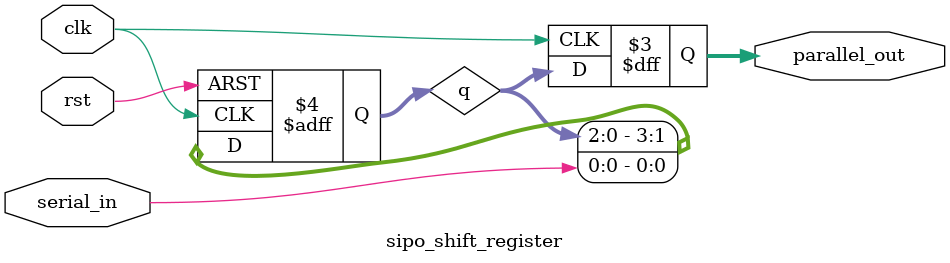
<source format=v>
module sipo_shift_register (
    input clk,
    input rst,
    input serial_in,
    output reg [3:0] parallel_out
);
    reg [3:0] q;
    always @(posedge clk or posedge rst) begin
        if (rst) 
            q <= 0;
        else 
            q <= {q[2:0], serial_in}; 
    end
    always @(posedge clk) 
        parallel_out <= q; 
endmodule

</source>
